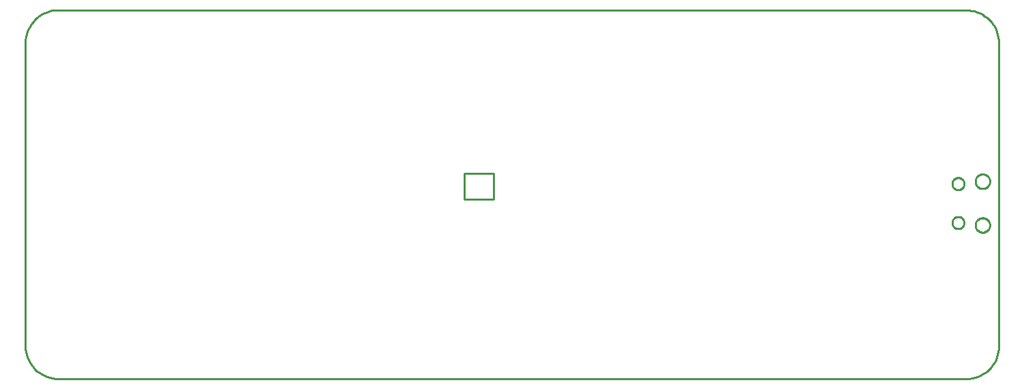
<source format=gbr>
G04 EAGLE Gerber RS-274X export*
G75*
%MOMM*%
%FSLAX34Y34*%
%LPD*%
%IN*%
%IPPOS*%
%AMOC8*
5,1,8,0,0,1.08239X$1,22.5*%
G01*
%ADD10C,0.254000*%


D10*
X391160Y346710D02*
X391315Y343168D01*
X391777Y339653D01*
X392545Y336192D01*
X393611Y332810D01*
X394968Y329535D01*
X396605Y326390D01*
X398510Y323400D01*
X400668Y320587D01*
X403063Y317973D01*
X405677Y315578D01*
X408490Y313420D01*
X411480Y311515D01*
X414625Y309878D01*
X417900Y308521D01*
X421282Y307455D01*
X424743Y306687D01*
X428258Y306225D01*
X431800Y306070D01*
X1559560Y306070D01*
X1563091Y306224D01*
X1566595Y306685D01*
X1570046Y307450D01*
X1573416Y308513D01*
X1576682Y309866D01*
X1579817Y311498D01*
X1582797Y313397D01*
X1585601Y315548D01*
X1588207Y317936D01*
X1590595Y320542D01*
X1592746Y323346D01*
X1594645Y326327D01*
X1596277Y329461D01*
X1597630Y332727D01*
X1598693Y336097D01*
X1599458Y339548D01*
X1599919Y343052D01*
X1600073Y346583D01*
X1600073Y723900D01*
X1599916Y727486D01*
X1599448Y731045D01*
X1598671Y734550D01*
X1597591Y737973D01*
X1596218Y741290D01*
X1594560Y744474D01*
X1592631Y747502D01*
X1590446Y750349D01*
X1588021Y752996D01*
X1585374Y755421D01*
X1582527Y757606D01*
X1579499Y759535D01*
X1576315Y761193D01*
X1572998Y762566D01*
X1569575Y763646D01*
X1566070Y764423D01*
X1562511Y764891D01*
X1558925Y765048D01*
X431800Y765048D01*
X428258Y764893D01*
X424743Y764431D01*
X421282Y763663D01*
X417900Y762597D01*
X414625Y761240D01*
X411480Y759603D01*
X408490Y757698D01*
X405677Y755540D01*
X403063Y753145D01*
X400668Y750531D01*
X398510Y747718D01*
X396605Y744728D01*
X394968Y741583D01*
X393611Y738308D01*
X392545Y734926D01*
X391777Y731465D01*
X391315Y727950D01*
X391160Y724408D01*
X391160Y346710D01*
X936352Y529470D02*
X972674Y529470D01*
X972674Y561728D01*
X936352Y561728D01*
X936352Y529470D01*
X1579457Y542760D02*
X1578674Y542829D01*
X1577900Y542965D01*
X1577141Y543168D01*
X1576403Y543437D01*
X1575690Y543769D01*
X1575010Y544162D01*
X1574366Y544613D01*
X1573764Y545118D01*
X1573208Y545674D01*
X1572703Y546276D01*
X1572252Y546920D01*
X1571859Y547600D01*
X1571527Y548313D01*
X1571258Y549051D01*
X1571055Y549810D01*
X1570919Y550584D01*
X1570850Y551367D01*
X1570850Y552153D01*
X1570919Y552936D01*
X1571055Y553710D01*
X1571258Y554469D01*
X1571527Y555207D01*
X1571859Y555920D01*
X1572252Y556600D01*
X1572703Y557244D01*
X1573208Y557846D01*
X1573764Y558402D01*
X1574366Y558907D01*
X1575010Y559358D01*
X1575690Y559751D01*
X1576403Y560083D01*
X1577141Y560352D01*
X1577900Y560555D01*
X1578674Y560692D01*
X1579457Y560760D01*
X1580243Y560760D01*
X1581026Y560692D01*
X1581800Y560555D01*
X1582559Y560352D01*
X1583297Y560083D01*
X1584010Y559751D01*
X1584690Y559358D01*
X1585334Y558907D01*
X1585936Y558402D01*
X1586492Y557846D01*
X1586997Y557244D01*
X1587448Y556600D01*
X1587841Y555920D01*
X1588173Y555207D01*
X1588442Y554469D01*
X1588645Y553710D01*
X1588782Y552936D01*
X1588850Y552153D01*
X1588850Y551367D01*
X1588782Y550584D01*
X1588645Y549810D01*
X1588442Y549051D01*
X1588173Y548313D01*
X1587841Y547600D01*
X1587448Y546920D01*
X1586997Y546276D01*
X1586492Y545674D01*
X1585936Y545118D01*
X1585334Y544613D01*
X1584690Y544162D01*
X1584010Y543769D01*
X1583297Y543437D01*
X1582559Y543168D01*
X1581800Y542965D01*
X1581026Y542829D01*
X1580243Y542760D01*
X1579457Y542760D01*
X1579457Y488260D02*
X1578674Y488329D01*
X1577900Y488465D01*
X1577141Y488668D01*
X1576403Y488937D01*
X1575690Y489269D01*
X1575010Y489662D01*
X1574366Y490113D01*
X1573764Y490618D01*
X1573208Y491174D01*
X1572703Y491776D01*
X1572252Y492420D01*
X1571859Y493100D01*
X1571527Y493813D01*
X1571258Y494551D01*
X1571055Y495310D01*
X1570919Y496084D01*
X1570850Y496867D01*
X1570850Y497653D01*
X1570919Y498436D01*
X1571055Y499210D01*
X1571258Y499969D01*
X1571527Y500707D01*
X1571859Y501420D01*
X1572252Y502100D01*
X1572703Y502744D01*
X1573208Y503346D01*
X1573764Y503902D01*
X1574366Y504407D01*
X1575010Y504858D01*
X1575690Y505251D01*
X1576403Y505583D01*
X1577141Y505852D01*
X1577900Y506055D01*
X1578674Y506192D01*
X1579457Y506260D01*
X1580243Y506260D01*
X1581026Y506192D01*
X1581800Y506055D01*
X1582559Y505852D01*
X1583297Y505583D01*
X1584010Y505251D01*
X1584690Y504858D01*
X1585334Y504407D01*
X1585936Y503902D01*
X1586492Y503346D01*
X1586997Y502744D01*
X1587448Y502100D01*
X1587841Y501420D01*
X1588173Y500707D01*
X1588442Y499969D01*
X1588645Y499210D01*
X1588782Y498436D01*
X1588850Y497653D01*
X1588850Y496867D01*
X1588782Y496084D01*
X1588645Y495310D01*
X1588442Y494551D01*
X1588173Y493813D01*
X1587841Y493100D01*
X1587448Y492420D01*
X1586997Y491776D01*
X1586492Y491174D01*
X1585936Y490618D01*
X1585334Y490113D01*
X1584690Y489662D01*
X1584010Y489269D01*
X1583297Y488937D01*
X1582559Y488668D01*
X1581800Y488465D01*
X1581026Y488329D01*
X1580243Y488260D01*
X1579457Y488260D01*
X1549182Y541260D02*
X1548448Y541332D01*
X1547725Y541476D01*
X1547020Y541690D01*
X1546339Y541972D01*
X1545690Y542319D01*
X1545077Y542729D01*
X1544507Y543196D01*
X1543986Y543717D01*
X1543519Y544287D01*
X1543109Y544900D01*
X1542762Y545549D01*
X1542480Y546230D01*
X1542266Y546935D01*
X1542122Y547658D01*
X1542050Y548392D01*
X1542050Y549128D01*
X1542122Y549862D01*
X1542266Y550585D01*
X1542480Y551290D01*
X1542762Y551971D01*
X1543109Y552620D01*
X1543519Y553233D01*
X1543986Y553803D01*
X1544507Y554324D01*
X1545077Y554791D01*
X1545690Y555201D01*
X1546339Y555548D01*
X1547020Y555830D01*
X1547725Y556044D01*
X1548448Y556188D01*
X1549182Y556260D01*
X1549918Y556260D01*
X1550652Y556188D01*
X1551375Y556044D01*
X1552080Y555830D01*
X1552761Y555548D01*
X1553410Y555201D01*
X1554023Y554791D01*
X1554593Y554324D01*
X1555114Y553803D01*
X1555581Y553233D01*
X1555991Y552620D01*
X1556338Y551971D01*
X1556620Y551290D01*
X1556834Y550585D01*
X1556978Y549862D01*
X1557050Y549128D01*
X1557050Y548392D01*
X1556978Y547658D01*
X1556834Y546935D01*
X1556620Y546230D01*
X1556338Y545549D01*
X1555991Y544900D01*
X1555581Y544287D01*
X1555114Y543717D01*
X1554593Y543196D01*
X1554023Y542729D01*
X1553410Y542319D01*
X1552761Y541972D01*
X1552080Y541690D01*
X1551375Y541476D01*
X1550652Y541332D01*
X1549918Y541260D01*
X1549182Y541260D01*
X1549182Y492760D02*
X1548448Y492832D01*
X1547725Y492976D01*
X1547020Y493190D01*
X1546339Y493472D01*
X1545690Y493819D01*
X1545077Y494229D01*
X1544507Y494696D01*
X1543986Y495217D01*
X1543519Y495787D01*
X1543109Y496400D01*
X1542762Y497049D01*
X1542480Y497730D01*
X1542266Y498435D01*
X1542122Y499158D01*
X1542050Y499892D01*
X1542050Y500628D01*
X1542122Y501362D01*
X1542266Y502085D01*
X1542480Y502790D01*
X1542762Y503471D01*
X1543109Y504120D01*
X1543519Y504733D01*
X1543986Y505303D01*
X1544507Y505824D01*
X1545077Y506291D01*
X1545690Y506701D01*
X1546339Y507048D01*
X1547020Y507330D01*
X1547725Y507544D01*
X1548448Y507688D01*
X1549182Y507760D01*
X1549918Y507760D01*
X1550652Y507688D01*
X1551375Y507544D01*
X1552080Y507330D01*
X1552761Y507048D01*
X1553410Y506701D01*
X1554023Y506291D01*
X1554593Y505824D01*
X1555114Y505303D01*
X1555581Y504733D01*
X1555991Y504120D01*
X1556338Y503471D01*
X1556620Y502790D01*
X1556834Y502085D01*
X1556978Y501362D01*
X1557050Y500628D01*
X1557050Y499892D01*
X1556978Y499158D01*
X1556834Y498435D01*
X1556620Y497730D01*
X1556338Y497049D01*
X1555991Y496400D01*
X1555581Y495787D01*
X1555114Y495217D01*
X1554593Y494696D01*
X1554023Y494229D01*
X1553410Y493819D01*
X1552761Y493472D01*
X1552080Y493190D01*
X1551375Y492976D01*
X1550652Y492832D01*
X1549918Y492760D01*
X1549182Y492760D01*
M02*

</source>
